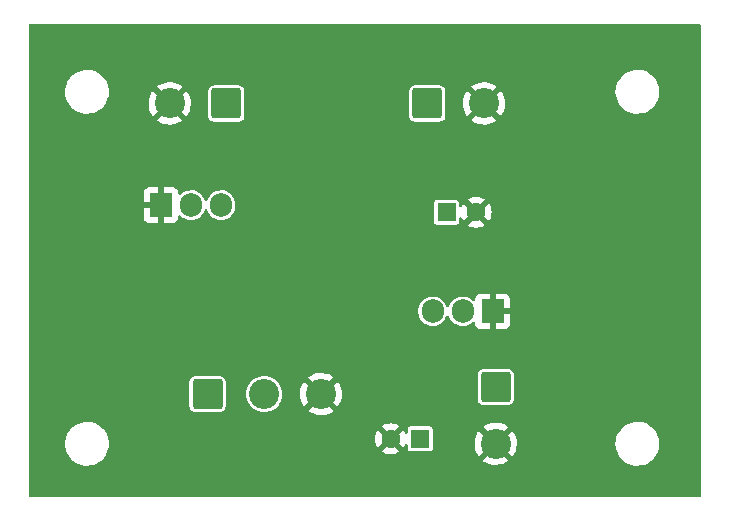
<source format=gbr>
%TF.GenerationSoftware,KiCad,Pcbnew,(6.0.10)*%
%TF.CreationDate,2023-01-14T17:08:10-08:00*%
%TF.ProjectId,power,706f7765-722e-46b6-9963-61645f706362,rev?*%
%TF.SameCoordinates,PX62fdcc0PY7270e00*%
%TF.FileFunction,Copper,L2,Bot*%
%TF.FilePolarity,Positive*%
%FSLAX46Y46*%
G04 Gerber Fmt 4.6, Leading zero omitted, Abs format (unit mm)*
G04 Created by KiCad (PCBNEW (6.0.10)) date 2023-01-14 17:08:10*
%MOMM*%
%LPD*%
G01*
G04 APERTURE LIST*
G04 Aperture macros list*
%AMRoundRect*
0 Rectangle with rounded corners*
0 $1 Rounding radius*
0 $2 $3 $4 $5 $6 $7 $8 $9 X,Y pos of 4 corners*
0 Add a 4 corners polygon primitive as box body*
4,1,4,$2,$3,$4,$5,$6,$7,$8,$9,$2,$3,0*
0 Add four circle primitives for the rounded corners*
1,1,$1+$1,$2,$3*
1,1,$1+$1,$4,$5*
1,1,$1+$1,$6,$7*
1,1,$1+$1,$8,$9*
0 Add four rect primitives between the rounded corners*
20,1,$1+$1,$2,$3,$4,$5,0*
20,1,$1+$1,$4,$5,$6,$7,0*
20,1,$1+$1,$6,$7,$8,$9,0*
20,1,$1+$1,$8,$9,$2,$3,0*%
G04 Aperture macros list end*
%TA.AperFunction,ComponentPad*%
%ADD10C,2.550000*%
%TD*%
%TA.AperFunction,ComponentPad*%
%ADD11RoundRect,0.249999X-1.025001X1.025001X-1.025001X-1.025001X1.025001X-1.025001X1.025001X1.025001X0*%
%TD*%
%TA.AperFunction,ComponentPad*%
%ADD12RoundRect,0.249999X-1.025001X-1.025001X1.025001X-1.025001X1.025001X1.025001X-1.025001X1.025001X0*%
%TD*%
%TA.AperFunction,ComponentPad*%
%ADD13RoundRect,0.249999X1.025001X1.025001X-1.025001X1.025001X-1.025001X-1.025001X1.025001X-1.025001X0*%
%TD*%
%TA.AperFunction,ComponentPad*%
%ADD14C,1.600000*%
%TD*%
%TA.AperFunction,ComponentPad*%
%ADD15R,1.600000X1.600000*%
%TD*%
%TA.AperFunction,ComponentPad*%
%ADD16O,1.905000X2.000000*%
%TD*%
%TA.AperFunction,ComponentPad*%
%ADD17R,1.905000X2.000000*%
%TD*%
%TA.AperFunction,ViaPad*%
%ADD18C,1.905000*%
%TD*%
G04 APERTURE END LIST*
D10*
%TO.P,J4,2,Pin_2*%
%TO.N,GND*%
X39800000Y4800000D03*
D11*
%TO.P,J4,1,Pin_1*%
%TO.N,/V5.0*%
X39800000Y9600000D03*
%TD*%
D10*
%TO.P,J3,2,Pin_2*%
%TO.N,GND*%
X38800000Y33600000D03*
D12*
%TO.P,J3,1,Pin_1*%
%TO.N,/V13.7_SW*%
X34000000Y33600000D03*
%TD*%
D10*
%TO.P,J2,3,Pin_3*%
%TO.N,GND*%
X25000000Y9000000D03*
%TO.P,J2,2,Pin_2*%
%TO.N,/V13.7_SW*%
X20200000Y9000000D03*
D12*
%TO.P,J2,1,Pin_1*%
%TO.N,/V13.7_PRO*%
X15400000Y9000000D03*
%TD*%
D10*
%TO.P,J1,2,Pin_2*%
%TO.N,GND*%
X12200000Y33600000D03*
D13*
%TO.P,J1,1,Pin_1*%
%TO.N,/V13.7_IN*%
X17000000Y33600000D03*
%TD*%
D14*
%TO.P,C3,2*%
%TO.N,GND*%
X30900000Y5200000D03*
D15*
%TO.P,C3,1*%
%TO.N,/V5.0*%
X33400000Y5200000D03*
%TD*%
D16*
%TO.P,Q1,3,S*%
%TO.N,Net-(F1-Pad1)*%
X16540000Y25000000D03*
%TO.P,Q1,2,D*%
%TO.N,/V13.7_IN*%
X14000000Y25000000D03*
D17*
%TO.P,Q1,1,G*%
%TO.N,GND*%
X11460000Y25000000D03*
%TD*%
D16*
%TO.P,U1,3,VI*%
%TO.N,/V13.7_SW*%
X34460000Y16000000D03*
%TO.P,U1,2,VO*%
%TO.N,/V5.0*%
X37000000Y16000000D03*
D17*
%TO.P,U1,1,GND*%
%TO.N,GND*%
X39540000Y16000000D03*
%TD*%
D14*
%TO.P,C1,2*%
%TO.N,GND*%
X38138606Y24400000D03*
D15*
%TO.P,C1,1*%
%TO.N,/V13.7_SW*%
X35638606Y24400000D03*
%TD*%
D18*
%TO.N,GND*%
X25000000Y29600000D03*
X4100000Y20200000D03*
X23500000Y3000000D03*
X49900000Y14600000D03*
X44000000Y29300000D03*
%TD*%
%TA.AperFunction,Conductor*%
%TO.N,GND*%
G36*
X57087621Y40325498D02*
G01*
X57134114Y40271842D01*
X57145500Y40219500D01*
X57145500Y380500D01*
X57125498Y312379D01*
X57071842Y265886D01*
X57019500Y254500D01*
X380500Y254500D01*
X312379Y274502D01*
X265886Y328158D01*
X254500Y380500D01*
X254500Y4757814D01*
X3341018Y4757814D01*
X3366579Y4489900D01*
X3367664Y4485466D01*
X3367665Y4485460D01*
X3409897Y4312872D01*
X3430547Y4228482D01*
X3531583Y3979037D01*
X3667569Y3746790D01*
X3835658Y3536605D01*
X4032327Y3352887D01*
X4253457Y3199484D01*
X4494416Y3079609D01*
X4498750Y3078188D01*
X4498753Y3078187D01*
X4745823Y2997193D01*
X4745829Y2997192D01*
X4750156Y2995773D01*
X4754647Y2994993D01*
X4754648Y2994993D01*
X5011538Y2950389D01*
X5011546Y2950388D01*
X5015319Y2949733D01*
X5019156Y2949542D01*
X5098777Y2945578D01*
X5098785Y2945578D01*
X5100348Y2945500D01*
X5268374Y2945500D01*
X5270642Y2945665D01*
X5270654Y2945665D01*
X5401457Y2955156D01*
X5468425Y2960015D01*
X5472880Y2960999D01*
X5472883Y2960999D01*
X5726770Y3017053D01*
X5726772Y3017054D01*
X5731226Y3018037D01*
X5982900Y3113387D01*
X6218172Y3244069D01*
X6371991Y3361460D01*
X6387086Y3372980D01*
X38737725Y3372980D01*
X38746438Y3361460D01*
X38848737Y3286452D01*
X38856636Y3281516D01*
X39082902Y3162472D01*
X39091451Y3158755D01*
X39332816Y3074467D01*
X39341825Y3072053D01*
X39593004Y3024365D01*
X39602261Y3023311D01*
X39857732Y3013272D01*
X39867046Y3013598D01*
X40121184Y3041430D01*
X40130361Y3043131D01*
X40377593Y3108222D01*
X40386413Y3111259D01*
X40621313Y3212180D01*
X40629585Y3216487D01*
X40846982Y3351016D01*
X40854529Y3356500D01*
X40856820Y3358439D01*
X40865257Y3371242D01*
X40859193Y3381597D01*
X39812812Y4427978D01*
X39798868Y4435592D01*
X39797035Y4435461D01*
X39790420Y4431210D01*
X38744383Y3385173D01*
X38737725Y3372980D01*
X6387086Y3372980D01*
X6428491Y3404579D01*
X6428495Y3404583D01*
X6432116Y3407346D01*
X6620249Y3599797D01*
X6722802Y3740690D01*
X6775942Y3813696D01*
X6775947Y3813703D01*
X6778630Y3817390D01*
X6903941Y4055567D01*
X6924554Y4113938D01*
X30178493Y4113938D01*
X30187789Y4101923D01*
X30238994Y4066069D01*
X30248489Y4060586D01*
X30445947Y3968510D01*
X30456239Y3964764D01*
X30666688Y3908375D01*
X30677481Y3906472D01*
X30894525Y3887483D01*
X30905475Y3887483D01*
X31122519Y3906472D01*
X31133312Y3908375D01*
X31343761Y3964764D01*
X31354053Y3968510D01*
X31551511Y4060586D01*
X31561006Y4066069D01*
X31613048Y4102509D01*
X31621424Y4112988D01*
X31614356Y4126434D01*
X30912812Y4827978D01*
X30898868Y4835592D01*
X30897035Y4835461D01*
X30890420Y4831210D01*
X30184923Y4125713D01*
X30178493Y4113938D01*
X6924554Y4113938D01*
X6993557Y4309338D01*
X7028165Y4484923D01*
X7044720Y4568917D01*
X7044721Y4568923D01*
X7045601Y4573389D01*
X7048745Y4636545D01*
X7058755Y4837617D01*
X7058755Y4837623D01*
X7058982Y4842186D01*
X7033421Y5110100D01*
X7012763Y5194525D01*
X29587483Y5194525D01*
X29606472Y4977481D01*
X29608375Y4966688D01*
X29664764Y4756239D01*
X29668510Y4745947D01*
X29760586Y4548489D01*
X29766069Y4538994D01*
X29802509Y4486952D01*
X29812988Y4478576D01*
X29826434Y4485644D01*
X30527978Y5187188D01*
X30534356Y5198868D01*
X31264408Y5198868D01*
X31264539Y5197035D01*
X31268790Y5190420D01*
X31974287Y4484923D01*
X31986062Y4478493D01*
X31998077Y4487789D01*
X32033931Y4538994D01*
X32039414Y4548489D01*
X32105306Y4689795D01*
X32152224Y4743080D01*
X32220501Y4762541D01*
X32288461Y4741999D01*
X32334526Y4687976D01*
X32345501Y4636546D01*
X32345501Y4374934D01*
X32360266Y4300699D01*
X32416516Y4216516D01*
X32500699Y4160266D01*
X32574933Y4145500D01*
X33399866Y4145500D01*
X34225066Y4145501D01*
X34260818Y4152612D01*
X34287126Y4157844D01*
X34287128Y4157845D01*
X34299301Y4160266D01*
X34309621Y4167161D01*
X34309622Y4167162D01*
X34373168Y4209623D01*
X34383484Y4216516D01*
X34439734Y4300699D01*
X34454500Y4374933D01*
X34454500Y4842132D01*
X38012837Y4842132D01*
X38025103Y4586768D01*
X38026239Y4577513D01*
X38076117Y4326763D01*
X38078609Y4317777D01*
X38165000Y4077159D01*
X38168797Y4068631D01*
X38289802Y3843428D01*
X38294813Y3835562D01*
X38361583Y3746147D01*
X38372841Y3737698D01*
X38385260Y3744470D01*
X39427978Y4787188D01*
X39434356Y4798868D01*
X40164408Y4798868D01*
X40164539Y4797035D01*
X40168790Y4790420D01*
X41218004Y3741206D01*
X41230384Y3734446D01*
X41238725Y3740690D01*
X41368800Y3942914D01*
X41373243Y3951098D01*
X41478249Y4184204D01*
X41481439Y4192969D01*
X41550835Y4439026D01*
X41552695Y4448168D01*
X41585152Y4703293D01*
X41585633Y4709580D01*
X41586896Y4757814D01*
X49941018Y4757814D01*
X49966579Y4489900D01*
X49967664Y4485466D01*
X49967665Y4485460D01*
X50009897Y4312872D01*
X50030547Y4228482D01*
X50131583Y3979037D01*
X50267569Y3746790D01*
X50435658Y3536605D01*
X50632327Y3352887D01*
X50853457Y3199484D01*
X51094416Y3079609D01*
X51098750Y3078188D01*
X51098753Y3078187D01*
X51345823Y2997193D01*
X51345829Y2997192D01*
X51350156Y2995773D01*
X51354647Y2994993D01*
X51354648Y2994993D01*
X51611538Y2950389D01*
X51611546Y2950388D01*
X51615319Y2949733D01*
X51619156Y2949542D01*
X51698777Y2945578D01*
X51698785Y2945578D01*
X51700348Y2945500D01*
X51868374Y2945500D01*
X51870642Y2945665D01*
X51870654Y2945665D01*
X52001457Y2955156D01*
X52068425Y2960015D01*
X52072880Y2960999D01*
X52072883Y2960999D01*
X52326770Y3017053D01*
X52326772Y3017054D01*
X52331226Y3018037D01*
X52582900Y3113387D01*
X52818172Y3244069D01*
X52971991Y3361460D01*
X53028491Y3404579D01*
X53028495Y3404583D01*
X53032116Y3407346D01*
X53220249Y3599797D01*
X53322802Y3740690D01*
X53375942Y3813696D01*
X53375947Y3813703D01*
X53378630Y3817390D01*
X53503941Y4055567D01*
X53593557Y4309338D01*
X53628165Y4484923D01*
X53644720Y4568917D01*
X53644721Y4568923D01*
X53645601Y4573389D01*
X53648745Y4636545D01*
X53658755Y4837617D01*
X53658755Y4837623D01*
X53658982Y4842186D01*
X53633421Y5110100D01*
X53612149Y5197035D01*
X53570539Y5367080D01*
X53569453Y5371518D01*
X53468417Y5620963D01*
X53332431Y5853210D01*
X53199942Y6018880D01*
X53167194Y6059829D01*
X53167193Y6059831D01*
X53164342Y6063395D01*
X52967673Y6247113D01*
X52746543Y6400516D01*
X52505584Y6520391D01*
X52501250Y6521812D01*
X52501247Y6521813D01*
X52254177Y6602807D01*
X52254171Y6602808D01*
X52249844Y6604227D01*
X52245352Y6605007D01*
X51988462Y6649611D01*
X51988454Y6649612D01*
X51984681Y6650267D01*
X51974718Y6650763D01*
X51901223Y6654422D01*
X51901215Y6654422D01*
X51899652Y6654500D01*
X51731626Y6654500D01*
X51729358Y6654335D01*
X51729346Y6654335D01*
X51598543Y6644844D01*
X51531575Y6639985D01*
X51527120Y6639001D01*
X51527117Y6639001D01*
X51273230Y6582947D01*
X51273228Y6582946D01*
X51268774Y6581963D01*
X51017100Y6486613D01*
X51013114Y6484399D01*
X51013112Y6484398D01*
X50785821Y6358149D01*
X50781828Y6355931D01*
X50778196Y6353159D01*
X50571509Y6195421D01*
X50571505Y6195417D01*
X50567884Y6192654D01*
X50379751Y6000203D01*
X50377066Y5996514D01*
X50224058Y5786304D01*
X50224053Y5786297D01*
X50221370Y5782610D01*
X50096059Y5544433D01*
X50006443Y5290662D01*
X49983059Y5172022D01*
X49962722Y5068837D01*
X49954399Y5026611D01*
X49954172Y5022058D01*
X49954172Y5022055D01*
X49942961Y4796840D01*
X49941018Y4757814D01*
X41586896Y4757814D01*
X41587917Y4796840D01*
X41587766Y4803149D01*
X41568706Y5059631D01*
X41567329Y5068837D01*
X41510904Y5318204D01*
X41508180Y5327115D01*
X41415515Y5565400D01*
X41411504Y5573810D01*
X41284638Y5795779D01*
X41279427Y5803505D01*
X41239194Y5854540D01*
X41227268Y5863012D01*
X41215736Y5856526D01*
X40172022Y4812812D01*
X40164408Y4798868D01*
X39434356Y4798868D01*
X39435592Y4801132D01*
X39435461Y4802965D01*
X39431210Y4809580D01*
X38383568Y5857222D01*
X38370259Y5864489D01*
X38360224Y5857370D01*
X38347347Y5841887D01*
X38341936Y5834301D01*
X38209308Y5615736D01*
X38205070Y5607419D01*
X38106206Y5371656D01*
X38103245Y5362806D01*
X38040317Y5115022D01*
X38038695Y5105825D01*
X38013082Y4851458D01*
X38012837Y4842132D01*
X34454500Y4842132D01*
X34454499Y6025066D01*
X34439734Y6099301D01*
X34383484Y6183484D01*
X34314985Y6229254D01*
X38735159Y6229254D01*
X38739732Y6219478D01*
X39787188Y5172022D01*
X39801132Y5164408D01*
X39802965Y5164539D01*
X39809580Y5168790D01*
X40856384Y6215594D01*
X40862768Y6227284D01*
X40853357Y6239394D01*
X40711315Y6337932D01*
X40703288Y6342660D01*
X40473985Y6455740D01*
X40465352Y6459228D01*
X40221851Y6537172D01*
X40212790Y6539348D01*
X39960445Y6580445D01*
X39951158Y6581257D01*
X39695522Y6584604D01*
X39686211Y6584034D01*
X39432885Y6549558D01*
X39423766Y6547620D01*
X39178328Y6476081D01*
X39169575Y6472809D01*
X38937406Y6365777D01*
X38929251Y6361257D01*
X38744297Y6239996D01*
X38735159Y6229254D01*
X34314985Y6229254D01*
X34299301Y6239734D01*
X34225067Y6254500D01*
X33400134Y6254500D01*
X32574934Y6254499D01*
X32539182Y6247388D01*
X32512874Y6242156D01*
X32512872Y6242155D01*
X32500699Y6239734D01*
X32490379Y6232839D01*
X32490378Y6232838D01*
X32482066Y6227284D01*
X32416516Y6183484D01*
X32360266Y6099301D01*
X32345500Y6025067D01*
X32345500Y5763456D01*
X32325498Y5695335D01*
X32271842Y5648842D01*
X32201568Y5638738D01*
X32136988Y5668232D01*
X32105305Y5710206D01*
X32039414Y5851511D01*
X32033931Y5861006D01*
X31997491Y5913048D01*
X31987012Y5921424D01*
X31973566Y5914356D01*
X31272022Y5212812D01*
X31264408Y5198868D01*
X30534356Y5198868D01*
X30535592Y5201132D01*
X30535461Y5202965D01*
X30531210Y5209580D01*
X29825713Y5915077D01*
X29813938Y5921507D01*
X29801923Y5912211D01*
X29766069Y5861006D01*
X29760586Y5851511D01*
X29668510Y5654053D01*
X29664764Y5643761D01*
X29608375Y5433312D01*
X29606472Y5422519D01*
X29587483Y5205475D01*
X29587483Y5194525D01*
X7012763Y5194525D01*
X7012149Y5197035D01*
X6970539Y5367080D01*
X6969453Y5371518D01*
X6868417Y5620963D01*
X6732431Y5853210D01*
X6599942Y6018880D01*
X6567194Y6059829D01*
X6567193Y6059831D01*
X6564342Y6063395D01*
X6367673Y6247113D01*
X6310159Y6287012D01*
X30178576Y6287012D01*
X30185644Y6273566D01*
X30887188Y5572022D01*
X30901132Y5564408D01*
X30902965Y5564539D01*
X30909580Y5568790D01*
X31615077Y6274287D01*
X31621507Y6286062D01*
X31612211Y6298077D01*
X31561006Y6333931D01*
X31551511Y6339414D01*
X31354053Y6431490D01*
X31343761Y6435236D01*
X31133312Y6491625D01*
X31122519Y6493528D01*
X30905475Y6512517D01*
X30894525Y6512517D01*
X30677481Y6493528D01*
X30666688Y6491625D01*
X30456239Y6435236D01*
X30445947Y6431490D01*
X30248489Y6339414D01*
X30238994Y6333931D01*
X30186952Y6297491D01*
X30178576Y6287012D01*
X6310159Y6287012D01*
X6146543Y6400516D01*
X5905584Y6520391D01*
X5901250Y6521812D01*
X5901247Y6521813D01*
X5654177Y6602807D01*
X5654171Y6602808D01*
X5649844Y6604227D01*
X5645352Y6605007D01*
X5388462Y6649611D01*
X5388454Y6649612D01*
X5384681Y6650267D01*
X5374718Y6650763D01*
X5301223Y6654422D01*
X5301215Y6654422D01*
X5299652Y6654500D01*
X5131626Y6654500D01*
X5129358Y6654335D01*
X5129346Y6654335D01*
X4998543Y6644844D01*
X4931575Y6639985D01*
X4927120Y6639001D01*
X4927117Y6639001D01*
X4673230Y6582947D01*
X4673228Y6582946D01*
X4668774Y6581963D01*
X4417100Y6486613D01*
X4413114Y6484399D01*
X4413112Y6484398D01*
X4185821Y6358149D01*
X4181828Y6355931D01*
X4178196Y6353159D01*
X3971509Y6195421D01*
X3971505Y6195417D01*
X3967884Y6192654D01*
X3779751Y6000203D01*
X3777066Y5996514D01*
X3624058Y5786304D01*
X3624053Y5786297D01*
X3621370Y5782610D01*
X3496059Y5544433D01*
X3406443Y5290662D01*
X3383059Y5172022D01*
X3362722Y5068837D01*
X3354399Y5026611D01*
X3354172Y5022058D01*
X3354172Y5022055D01*
X3342961Y4796840D01*
X3341018Y4757814D01*
X254500Y4757814D01*
X254500Y10072757D01*
X13870500Y10072757D01*
X13870501Y7927244D01*
X13870870Y7923850D01*
X13870870Y7923844D01*
X13872165Y7911928D01*
X13877202Y7865551D01*
X13927929Y7730235D01*
X13933309Y7723056D01*
X13933311Y7723053D01*
X14002230Y7631096D01*
X14014596Y7614596D01*
X14021777Y7609214D01*
X14123053Y7533311D01*
X14123056Y7533309D01*
X14130235Y7527929D01*
X14219953Y7494296D01*
X14258156Y7479974D01*
X14258158Y7479974D01*
X14265551Y7477202D01*
X14273401Y7476349D01*
X14273402Y7476349D01*
X14323837Y7470870D01*
X14327243Y7470500D01*
X15399843Y7470500D01*
X16472756Y7470501D01*
X16476150Y7470870D01*
X16476156Y7470870D01*
X16526591Y7476348D01*
X16526595Y7476349D01*
X16534449Y7477202D01*
X16669765Y7527929D01*
X16676944Y7533309D01*
X16676947Y7533311D01*
X16778223Y7609214D01*
X16785404Y7614596D01*
X16797770Y7631096D01*
X16866689Y7723053D01*
X16866691Y7723056D01*
X16872071Y7730235D01*
X16922798Y7865551D01*
X16929500Y7927243D01*
X16929499Y9000000D01*
X18665770Y9000000D01*
X18684659Y8759994D01*
X18685813Y8755187D01*
X18685814Y8755181D01*
X18711506Y8648168D01*
X18740861Y8525897D01*
X18742754Y8521326D01*
X18742755Y8521324D01*
X18799552Y8384204D01*
X18832991Y8303474D01*
X18958782Y8098202D01*
X19115136Y7915136D01*
X19298202Y7758782D01*
X19503474Y7632991D01*
X19508044Y7631098D01*
X19508048Y7631096D01*
X19701380Y7551016D01*
X19725897Y7540861D01*
X19792883Y7524779D01*
X19955181Y7485814D01*
X19955187Y7485813D01*
X19959994Y7484659D01*
X20200000Y7465770D01*
X20440006Y7484659D01*
X20444813Y7485813D01*
X20444819Y7485814D01*
X20607117Y7524779D01*
X20674103Y7540861D01*
X20698620Y7551016D01*
X20751646Y7572980D01*
X23937725Y7572980D01*
X23946438Y7561460D01*
X24048737Y7486452D01*
X24056636Y7481516D01*
X24282902Y7362472D01*
X24291451Y7358755D01*
X24532816Y7274467D01*
X24541825Y7272053D01*
X24793004Y7224365D01*
X24802261Y7223311D01*
X25057732Y7213272D01*
X25067046Y7213598D01*
X25321184Y7241430D01*
X25330361Y7243131D01*
X25577593Y7308222D01*
X25586413Y7311259D01*
X25821313Y7412180D01*
X25829585Y7416487D01*
X26046982Y7551016D01*
X26054529Y7556500D01*
X26056820Y7558439D01*
X26065257Y7571242D01*
X26059193Y7581597D01*
X25012812Y8627978D01*
X24998868Y8635592D01*
X24997035Y8635461D01*
X24990420Y8631210D01*
X23944383Y7585173D01*
X23937725Y7572980D01*
X20751646Y7572980D01*
X20891952Y7631096D01*
X20891956Y7631098D01*
X20896526Y7632991D01*
X21101798Y7758782D01*
X21284864Y7915136D01*
X21441218Y8098202D01*
X21567009Y8303474D01*
X21600449Y8384204D01*
X21657245Y8521324D01*
X21657246Y8521326D01*
X21659139Y8525897D01*
X21688494Y8648168D01*
X21714186Y8755181D01*
X21714187Y8755187D01*
X21715341Y8759994D01*
X21734230Y9000000D01*
X21730914Y9042132D01*
X23212837Y9042132D01*
X23225103Y8786768D01*
X23226239Y8777513D01*
X23276117Y8526763D01*
X23278609Y8517777D01*
X23365000Y8277159D01*
X23368797Y8268631D01*
X23489802Y8043428D01*
X23494813Y8035562D01*
X23561583Y7946147D01*
X23572841Y7937698D01*
X23585260Y7944470D01*
X24627978Y8987188D01*
X24634356Y8998868D01*
X25364408Y8998868D01*
X25364539Y8997035D01*
X25368790Y8990420D01*
X26418004Y7941206D01*
X26430384Y7934446D01*
X26438725Y7940690D01*
X26568800Y8142914D01*
X26573243Y8151098D01*
X26678249Y8384204D01*
X26681439Y8392969D01*
X26750835Y8639026D01*
X26752695Y8648168D01*
X26785152Y8903293D01*
X26785633Y8909580D01*
X26787917Y8996840D01*
X26787766Y9003149D01*
X26768706Y9259631D01*
X26767329Y9268837D01*
X26710904Y9518204D01*
X26708180Y9527115D01*
X26615515Y9765400D01*
X26611504Y9773810D01*
X26484638Y9995779D01*
X26479427Y10003505D01*
X26439194Y10054540D01*
X26427268Y10063012D01*
X26415736Y10056526D01*
X25372022Y9012812D01*
X25364408Y8998868D01*
X24634356Y8998868D01*
X24635592Y9001132D01*
X24635461Y9002965D01*
X24631210Y9009580D01*
X23583568Y10057222D01*
X23570259Y10064489D01*
X23560224Y10057370D01*
X23547347Y10041887D01*
X23541936Y10034301D01*
X23409308Y9815736D01*
X23405070Y9807419D01*
X23306206Y9571656D01*
X23303245Y9562806D01*
X23240317Y9315022D01*
X23238695Y9305825D01*
X23213082Y9051458D01*
X23212837Y9042132D01*
X21730914Y9042132D01*
X21715341Y9240006D01*
X21714187Y9244813D01*
X21714186Y9244819D01*
X21660294Y9469291D01*
X21659139Y9474103D01*
X21637181Y9527115D01*
X21568904Y9691952D01*
X21568902Y9691956D01*
X21567009Y9696526D01*
X21441218Y9901798D01*
X21284864Y10084864D01*
X21101798Y10241218D01*
X20896526Y10367009D01*
X20891956Y10368902D01*
X20891952Y10368904D01*
X20746253Y10429254D01*
X23935159Y10429254D01*
X23939732Y10419478D01*
X24987188Y9372022D01*
X25001132Y9364408D01*
X25002965Y9364539D01*
X25009580Y9368790D01*
X26056384Y10415594D01*
X26062768Y10427284D01*
X26053357Y10439394D01*
X25911315Y10537932D01*
X25903288Y10542660D01*
X25673985Y10655740D01*
X25665352Y10659228D01*
X25623087Y10672757D01*
X38270500Y10672757D01*
X38270501Y8527244D01*
X38277202Y8465551D01*
X38327929Y8330235D01*
X38333309Y8323056D01*
X38333311Y8323053D01*
X38409214Y8221777D01*
X38414596Y8214596D01*
X38421777Y8209214D01*
X38523053Y8133311D01*
X38523056Y8133309D01*
X38530235Y8127929D01*
X38598292Y8102416D01*
X38658156Y8079974D01*
X38658158Y8079974D01*
X38665551Y8077202D01*
X38673401Y8076349D01*
X38673402Y8076349D01*
X38723837Y8070870D01*
X38727243Y8070500D01*
X39799843Y8070500D01*
X40872756Y8070501D01*
X40876150Y8070870D01*
X40876156Y8070870D01*
X40926591Y8076348D01*
X40926595Y8076349D01*
X40934449Y8077202D01*
X41069765Y8127929D01*
X41076944Y8133309D01*
X41076947Y8133311D01*
X41178223Y8209214D01*
X41185404Y8214596D01*
X41190786Y8221777D01*
X41266689Y8323053D01*
X41266691Y8323056D01*
X41272071Y8330235D01*
X41322798Y8465551D01*
X41329500Y8527243D01*
X41329499Y10672756D01*
X41322798Y10734449D01*
X41272071Y10869765D01*
X41266691Y10876944D01*
X41266689Y10876947D01*
X41190786Y10978223D01*
X41185404Y10985404D01*
X41178223Y10990786D01*
X41076947Y11066689D01*
X41076944Y11066691D01*
X41069765Y11072071D01*
X40980047Y11105704D01*
X40941844Y11120026D01*
X40941842Y11120026D01*
X40934449Y11122798D01*
X40926599Y11123651D01*
X40926598Y11123651D01*
X40876154Y11129131D01*
X40876153Y11129131D01*
X40872757Y11129500D01*
X39800157Y11129500D01*
X38727244Y11129499D01*
X38723850Y11129130D01*
X38723844Y11129130D01*
X38673409Y11123652D01*
X38673405Y11123651D01*
X38665551Y11122798D01*
X38530235Y11072071D01*
X38523056Y11066691D01*
X38523053Y11066689D01*
X38421777Y10990786D01*
X38414596Y10985404D01*
X38409214Y10978223D01*
X38333311Y10876947D01*
X38333309Y10876944D01*
X38327929Y10869765D01*
X38324779Y10861361D01*
X38282140Y10747620D01*
X38277202Y10734449D01*
X38270500Y10672757D01*
X25623087Y10672757D01*
X25421851Y10737172D01*
X25412790Y10739348D01*
X25160445Y10780445D01*
X25151158Y10781257D01*
X24895522Y10784604D01*
X24886211Y10784034D01*
X24632885Y10749558D01*
X24623766Y10747620D01*
X24378328Y10676081D01*
X24369575Y10672809D01*
X24137406Y10565777D01*
X24129251Y10561257D01*
X23944297Y10439996D01*
X23935159Y10429254D01*
X20746253Y10429254D01*
X20678676Y10457245D01*
X20678674Y10457246D01*
X20674103Y10459139D01*
X20592064Y10478835D01*
X20444819Y10514186D01*
X20444813Y10514187D01*
X20440006Y10515341D01*
X20200000Y10534230D01*
X19959994Y10515341D01*
X19955187Y10514187D01*
X19955181Y10514186D01*
X19807936Y10478835D01*
X19725897Y10459139D01*
X19721326Y10457246D01*
X19721324Y10457245D01*
X19508048Y10368904D01*
X19508044Y10368902D01*
X19503474Y10367009D01*
X19298202Y10241218D01*
X19115136Y10084864D01*
X18958782Y9901798D01*
X18832991Y9696526D01*
X18831098Y9691956D01*
X18831096Y9691952D01*
X18762819Y9527115D01*
X18740861Y9474103D01*
X18739706Y9469291D01*
X18685814Y9244819D01*
X18685813Y9244813D01*
X18684659Y9240006D01*
X18665770Y9000000D01*
X16929499Y9000000D01*
X16929499Y10072756D01*
X16928184Y10084864D01*
X16923652Y10126591D01*
X16923651Y10126595D01*
X16922798Y10134449D01*
X16872071Y10269765D01*
X16866691Y10276944D01*
X16866689Y10276947D01*
X16790786Y10378223D01*
X16785404Y10385404D01*
X16745122Y10415594D01*
X16676947Y10466689D01*
X16676944Y10466691D01*
X16669765Y10472071D01*
X16553306Y10515729D01*
X16541844Y10520026D01*
X16541842Y10520026D01*
X16534449Y10522798D01*
X16526599Y10523651D01*
X16526598Y10523651D01*
X16476154Y10529131D01*
X16476153Y10529131D01*
X16472757Y10529500D01*
X15400157Y10529500D01*
X14327244Y10529499D01*
X14323850Y10529130D01*
X14323844Y10529130D01*
X14273409Y10523652D01*
X14273405Y10523651D01*
X14265551Y10522798D01*
X14130235Y10472071D01*
X14123056Y10466691D01*
X14123053Y10466689D01*
X14054878Y10415594D01*
X14014596Y10385404D01*
X14009214Y10378223D01*
X13933311Y10276947D01*
X13933309Y10276944D01*
X13927929Y10269765D01*
X13877202Y10134449D01*
X13870500Y10072757D01*
X254500Y10072757D01*
X254500Y15897832D01*
X33253000Y15897832D01*
X33267274Y15737895D01*
X33268755Y15732481D01*
X33268756Y15732476D01*
X33302299Y15609864D01*
X33324128Y15530073D01*
X33326540Y15525015D01*
X33326542Y15525011D01*
X33387332Y15397562D01*
X33416885Y15335603D01*
X33420162Y15331042D01*
X33420163Y15331041D01*
X33503079Y15215652D01*
X33542614Y15160633D01*
X33605396Y15099793D01*
X33672758Y15034515D01*
X33697340Y15010693D01*
X33702005Y15007559D01*
X33702004Y15007559D01*
X33813421Y14932690D01*
X33876173Y14890522D01*
X34073460Y14803919D01*
X34219939Y14768753D01*
X34248293Y14761946D01*
X34282965Y14753622D01*
X34366922Y14748781D01*
X34492459Y14741542D01*
X34492462Y14741542D01*
X34498066Y14741219D01*
X34711964Y14767103D01*
X34831635Y14803919D01*
X34912535Y14828807D01*
X34912539Y14828809D01*
X34917897Y14830457D01*
X34922877Y14833027D01*
X34922881Y14833029D01*
X35104374Y14926705D01*
X35104375Y14926705D01*
X35109357Y14929277D01*
X35280292Y15060439D01*
X35425298Y15219799D01*
X35497942Y15335603D01*
X35536809Y15397562D01*
X35536811Y15397566D01*
X35539792Y15402318D01*
X35613939Y15586765D01*
X35657905Y15642510D01*
X35725030Y15665635D01*
X35794002Y15648798D01*
X35842922Y15597346D01*
X35852379Y15573019D01*
X35864128Y15530073D01*
X35866540Y15525015D01*
X35866542Y15525011D01*
X35927332Y15397562D01*
X35956885Y15335603D01*
X35960162Y15331042D01*
X35960163Y15331041D01*
X36043079Y15215652D01*
X36082614Y15160633D01*
X36145396Y15099793D01*
X36212758Y15034515D01*
X36237340Y15010693D01*
X36242005Y15007559D01*
X36242004Y15007559D01*
X36353421Y14932690D01*
X36416173Y14890522D01*
X36613460Y14803919D01*
X36759939Y14768753D01*
X36788293Y14761946D01*
X36822965Y14753622D01*
X36906922Y14748781D01*
X37032459Y14741542D01*
X37032462Y14741542D01*
X37038066Y14741219D01*
X37251964Y14767103D01*
X37371635Y14803919D01*
X37452535Y14828807D01*
X37452539Y14828809D01*
X37457897Y14830457D01*
X37462877Y14833027D01*
X37462881Y14833029D01*
X37644374Y14926705D01*
X37644375Y14926705D01*
X37649357Y14929277D01*
X37820292Y15060439D01*
X37860307Y15104415D01*
X37920948Y15141338D01*
X37991923Y15139615D01*
X38050700Y15099793D01*
X38078617Y15034515D01*
X38079501Y15019616D01*
X38079501Y14955331D01*
X38079871Y14948510D01*
X38085395Y14897648D01*
X38089021Y14882396D01*
X38134176Y14761946D01*
X38142714Y14746351D01*
X38219215Y14644276D01*
X38231776Y14631715D01*
X38333851Y14555214D01*
X38349446Y14546676D01*
X38469894Y14501522D01*
X38485149Y14497895D01*
X38536014Y14492369D01*
X38542828Y14492000D01*
X39267885Y14492000D01*
X39283124Y14496475D01*
X39284329Y14497865D01*
X39286000Y14505548D01*
X39286000Y14510116D01*
X39794000Y14510116D01*
X39798475Y14494877D01*
X39799865Y14493672D01*
X39807548Y14492001D01*
X40537169Y14492001D01*
X40543990Y14492371D01*
X40594852Y14497895D01*
X40610104Y14501521D01*
X40730554Y14546676D01*
X40746149Y14555214D01*
X40848224Y14631715D01*
X40860785Y14644276D01*
X40937286Y14746351D01*
X40945824Y14761946D01*
X40990978Y14882394D01*
X40994605Y14897649D01*
X41000131Y14948514D01*
X41000500Y14955328D01*
X41000500Y15727885D01*
X40996025Y15743124D01*
X40994635Y15744329D01*
X40986952Y15746000D01*
X39812115Y15746000D01*
X39796876Y15741525D01*
X39795671Y15740135D01*
X39794000Y15732452D01*
X39794000Y14510116D01*
X39286000Y14510116D01*
X39286000Y16272115D01*
X39794000Y16272115D01*
X39798475Y16256876D01*
X39799865Y16255671D01*
X39807548Y16254000D01*
X40982384Y16254000D01*
X40997623Y16258475D01*
X40998828Y16259865D01*
X41000499Y16267548D01*
X41000499Y17044669D01*
X41000129Y17051490D01*
X40994605Y17102352D01*
X40990979Y17117604D01*
X40945824Y17238054D01*
X40937286Y17253649D01*
X40860785Y17355724D01*
X40848224Y17368285D01*
X40746149Y17444786D01*
X40730554Y17453324D01*
X40610106Y17498478D01*
X40594851Y17502105D01*
X40543986Y17507631D01*
X40537172Y17508000D01*
X39812115Y17508000D01*
X39796876Y17503525D01*
X39795671Y17502135D01*
X39794000Y17494452D01*
X39794000Y16272115D01*
X39286000Y16272115D01*
X39286000Y17489884D01*
X39281525Y17505123D01*
X39280135Y17506328D01*
X39272452Y17507999D01*
X38542831Y17507999D01*
X38536010Y17507629D01*
X38485148Y17502105D01*
X38469896Y17498479D01*
X38349446Y17453324D01*
X38333851Y17444786D01*
X38231776Y17368285D01*
X38219215Y17355724D01*
X38142714Y17253649D01*
X38134176Y17238054D01*
X38089022Y17117606D01*
X38085395Y17102351D01*
X38079869Y17051486D01*
X38079500Y17044672D01*
X38079500Y16979827D01*
X38059498Y16911706D01*
X38005842Y16865213D01*
X37935568Y16855109D01*
X37865815Y16889343D01*
X37766693Y16985399D01*
X37766691Y16985400D01*
X37762660Y16989307D01*
X37664304Y17055399D01*
X37588488Y17106346D01*
X37588487Y17106346D01*
X37583827Y17109478D01*
X37386540Y17196081D01*
X37221770Y17235638D01*
X37182492Y17245068D01*
X37182491Y17245068D01*
X37177035Y17246378D01*
X37093078Y17251219D01*
X36967541Y17258458D01*
X36967538Y17258458D01*
X36961934Y17258781D01*
X36748036Y17232897D01*
X36645070Y17201220D01*
X36547465Y17171193D01*
X36547461Y17171191D01*
X36542103Y17169543D01*
X36537123Y17166973D01*
X36537119Y17166971D01*
X36441477Y17117606D01*
X36350643Y17070723D01*
X36179708Y16939561D01*
X36034702Y16780201D01*
X36031721Y16775450D01*
X36031721Y16775449D01*
X35958880Y16659330D01*
X35920208Y16597682D01*
X35918114Y16592472D01*
X35846061Y16413235D01*
X35802095Y16357490D01*
X35734970Y16334365D01*
X35665998Y16351202D01*
X35617078Y16402654D01*
X35607620Y16426983D01*
X35597352Y16464516D01*
X35595872Y16469927D01*
X35537422Y16592472D01*
X35505532Y16659330D01*
X35505531Y16659332D01*
X35503115Y16664397D01*
X35419901Y16780201D01*
X35380663Y16834807D01*
X35380661Y16834809D01*
X35377386Y16839367D01*
X35222660Y16989307D01*
X35124304Y17055399D01*
X35048488Y17106346D01*
X35048487Y17106346D01*
X35043827Y17109478D01*
X34846540Y17196081D01*
X34681770Y17235638D01*
X34642492Y17245068D01*
X34642491Y17245068D01*
X34637035Y17246378D01*
X34553078Y17251219D01*
X34427541Y17258458D01*
X34427538Y17258458D01*
X34421934Y17258781D01*
X34208036Y17232897D01*
X34105070Y17201220D01*
X34007465Y17171193D01*
X34007461Y17171191D01*
X34002103Y17169543D01*
X33997123Y17166973D01*
X33997119Y17166971D01*
X33901477Y17117606D01*
X33810643Y17070723D01*
X33639708Y16939561D01*
X33494702Y16780201D01*
X33491721Y16775450D01*
X33491721Y16775449D01*
X33418880Y16659330D01*
X33380208Y16597682D01*
X33299845Y16397772D01*
X33256152Y16186790D01*
X33253000Y16132122D01*
X33253000Y15897832D01*
X254500Y15897832D01*
X254500Y23313938D01*
X37417099Y23313938D01*
X37426395Y23301923D01*
X37477600Y23266069D01*
X37487095Y23260586D01*
X37684553Y23168510D01*
X37694845Y23164764D01*
X37905294Y23108375D01*
X37916087Y23106472D01*
X38133131Y23087483D01*
X38144081Y23087483D01*
X38361125Y23106472D01*
X38371918Y23108375D01*
X38582367Y23164764D01*
X38592659Y23168510D01*
X38790117Y23260586D01*
X38799612Y23266069D01*
X38851654Y23302509D01*
X38860030Y23312988D01*
X38852962Y23326434D01*
X38151418Y24027978D01*
X38137474Y24035592D01*
X38135641Y24035461D01*
X38129026Y24031210D01*
X37423529Y23325713D01*
X37417099Y23313938D01*
X254500Y23313938D01*
X254500Y23955331D01*
X9999501Y23955331D01*
X9999871Y23948510D01*
X10005395Y23897648D01*
X10009021Y23882396D01*
X10054176Y23761946D01*
X10062714Y23746351D01*
X10139215Y23644276D01*
X10151776Y23631715D01*
X10253851Y23555214D01*
X10269446Y23546676D01*
X10389894Y23501522D01*
X10405149Y23497895D01*
X10456014Y23492369D01*
X10462828Y23492000D01*
X11187885Y23492000D01*
X11203124Y23496475D01*
X11204329Y23497865D01*
X11206000Y23505548D01*
X11206000Y23510116D01*
X11714000Y23510116D01*
X11718475Y23494877D01*
X11719865Y23493672D01*
X11727548Y23492001D01*
X12457169Y23492001D01*
X12463990Y23492371D01*
X12514852Y23497895D01*
X12530104Y23501521D01*
X12650554Y23546676D01*
X12666149Y23555214D01*
X12768224Y23631715D01*
X12780785Y23644276D01*
X12857286Y23746351D01*
X12865824Y23761946D01*
X12910978Y23882394D01*
X12914605Y23897649D01*
X12920131Y23948514D01*
X12920500Y23955328D01*
X12920500Y24020173D01*
X12940502Y24088294D01*
X12994158Y24134787D01*
X13064432Y24144891D01*
X13134185Y24110657D01*
X13237340Y24010693D01*
X13242005Y24007559D01*
X13242004Y24007559D01*
X13353421Y23932690D01*
X13416173Y23890522D01*
X13613460Y23803919D01*
X13759939Y23768753D01*
X13788293Y23761946D01*
X13822965Y23753622D01*
X13906922Y23748781D01*
X14032459Y23741542D01*
X14032462Y23741542D01*
X14038066Y23741219D01*
X14251964Y23767103D01*
X14371635Y23803919D01*
X14452535Y23828807D01*
X14452539Y23828809D01*
X14457897Y23830457D01*
X14462877Y23833027D01*
X14462881Y23833029D01*
X14644374Y23926705D01*
X14644375Y23926705D01*
X14649357Y23929277D01*
X14820292Y24060439D01*
X14965298Y24219799D01*
X15037942Y24335603D01*
X15076809Y24397562D01*
X15076811Y24397566D01*
X15079792Y24402318D01*
X15153939Y24586765D01*
X15197905Y24642510D01*
X15265030Y24665635D01*
X15334002Y24648798D01*
X15382922Y24597346D01*
X15392379Y24573019D01*
X15404128Y24530073D01*
X15406540Y24525015D01*
X15406542Y24525011D01*
X15468781Y24394525D01*
X15496885Y24335603D01*
X15500162Y24331042D01*
X15500163Y24331041D01*
X15583079Y24215652D01*
X15622614Y24160633D01*
X15777340Y24010693D01*
X15782005Y24007559D01*
X15782004Y24007559D01*
X15893421Y23932690D01*
X15956173Y23890522D01*
X16153460Y23803919D01*
X16299939Y23768753D01*
X16328293Y23761946D01*
X16362965Y23753622D01*
X16446922Y23748781D01*
X16572459Y23741542D01*
X16572462Y23741542D01*
X16578066Y23741219D01*
X16791964Y23767103D01*
X16911635Y23803919D01*
X16992535Y23828807D01*
X16992539Y23828809D01*
X16997897Y23830457D01*
X17002877Y23833027D01*
X17002881Y23833029D01*
X17184374Y23926705D01*
X17184375Y23926705D01*
X17189357Y23929277D01*
X17360292Y24060439D01*
X17505298Y24219799D01*
X17577942Y24335603D01*
X17616809Y24397562D01*
X17616811Y24397566D01*
X17619792Y24402318D01*
X17700155Y24602228D01*
X17743848Y24813210D01*
X17745246Y24837459D01*
X17746895Y24866055D01*
X17746895Y24866059D01*
X17747000Y24867878D01*
X17747000Y25102168D01*
X17745282Y25121424D01*
X17736584Y25218880D01*
X17736032Y25225067D01*
X34584106Y25225067D01*
X34584107Y23574934D01*
X34598872Y23500699D01*
X34655122Y23416516D01*
X34739305Y23360266D01*
X34813539Y23345500D01*
X35638472Y23345500D01*
X36463672Y23345501D01*
X36499424Y23352612D01*
X36525732Y23357844D01*
X36525734Y23357845D01*
X36537907Y23360266D01*
X36548227Y23367161D01*
X36548228Y23367162D01*
X36611774Y23409623D01*
X36622090Y23416516D01*
X36678340Y23500699D01*
X36693106Y23574933D01*
X36693106Y23836544D01*
X36713108Y23904665D01*
X36766764Y23951158D01*
X36837038Y23961262D01*
X36901618Y23931768D01*
X36933301Y23889794D01*
X36999192Y23748489D01*
X37004675Y23738994D01*
X37041115Y23686952D01*
X37051594Y23678576D01*
X37065040Y23685644D01*
X37766584Y24387188D01*
X37772962Y24398868D01*
X38503014Y24398868D01*
X38503145Y24397035D01*
X38507396Y24390420D01*
X39212893Y23684923D01*
X39224668Y23678493D01*
X39236683Y23687789D01*
X39272537Y23738994D01*
X39278020Y23748489D01*
X39370096Y23945947D01*
X39373842Y23956239D01*
X39430231Y24166688D01*
X39432134Y24177481D01*
X39451123Y24394525D01*
X39451123Y24405475D01*
X39432134Y24622519D01*
X39430231Y24633312D01*
X39373842Y24843761D01*
X39370096Y24854053D01*
X39278020Y25051511D01*
X39272537Y25061006D01*
X39236097Y25113048D01*
X39225618Y25121424D01*
X39212172Y25114356D01*
X38510628Y24412812D01*
X38503014Y24398868D01*
X37772962Y24398868D01*
X37774198Y24401132D01*
X37774067Y24402965D01*
X37769816Y24409580D01*
X37064319Y25115077D01*
X37052544Y25121507D01*
X37040529Y25112211D01*
X37004675Y25061006D01*
X36999192Y25051511D01*
X36933300Y24910205D01*
X36886382Y24856920D01*
X36818105Y24837459D01*
X36750145Y24858001D01*
X36704080Y24912024D01*
X36693105Y24963455D01*
X36693105Y25225066D01*
X36678340Y25299301D01*
X36643661Y25351202D01*
X36628983Y25373168D01*
X36622090Y25383484D01*
X36537907Y25439734D01*
X36463673Y25454500D01*
X35638740Y25454500D01*
X34813540Y25454499D01*
X34777788Y25447388D01*
X34751480Y25442156D01*
X34751478Y25442155D01*
X34739305Y25439734D01*
X34728985Y25432839D01*
X34728984Y25432838D01*
X34676505Y25397772D01*
X34655122Y25383484D01*
X34598872Y25299301D01*
X34584106Y25225067D01*
X17736032Y25225067D01*
X17732726Y25262105D01*
X17725881Y25287128D01*
X17684132Y25439734D01*
X17675872Y25469927D01*
X17667723Y25487012D01*
X37417182Y25487012D01*
X37424250Y25473566D01*
X38125794Y24772022D01*
X38139738Y24764408D01*
X38141571Y24764539D01*
X38148186Y24768790D01*
X38853683Y25474287D01*
X38860113Y25486062D01*
X38850817Y25498077D01*
X38799612Y25533931D01*
X38790117Y25539414D01*
X38592659Y25631490D01*
X38582367Y25635236D01*
X38371918Y25691625D01*
X38361125Y25693528D01*
X38144081Y25712517D01*
X38133131Y25712517D01*
X37916087Y25693528D01*
X37905294Y25691625D01*
X37694845Y25635236D01*
X37684553Y25631490D01*
X37487095Y25539414D01*
X37477600Y25533931D01*
X37425558Y25497491D01*
X37417182Y25487012D01*
X17667723Y25487012D01*
X17662446Y25498077D01*
X17585532Y25659330D01*
X17585531Y25659332D01*
X17583115Y25664397D01*
X17499901Y25780201D01*
X17460663Y25834807D01*
X17460661Y25834809D01*
X17457386Y25839367D01*
X17350475Y25942971D01*
X17306693Y25985399D01*
X17306691Y25985400D01*
X17302660Y25989307D01*
X17204304Y26055399D01*
X17128488Y26106346D01*
X17128487Y26106346D01*
X17123827Y26109478D01*
X16926540Y26196081D01*
X16761770Y26235638D01*
X16722492Y26245068D01*
X16722491Y26245068D01*
X16717035Y26246378D01*
X16633078Y26251219D01*
X16507541Y26258458D01*
X16507538Y26258458D01*
X16501934Y26258781D01*
X16288036Y26232897D01*
X16185069Y26201220D01*
X16087465Y26171193D01*
X16087461Y26171191D01*
X16082103Y26169543D01*
X16077123Y26166973D01*
X16077119Y26166971D01*
X15981477Y26117606D01*
X15890643Y26070723D01*
X15719708Y25939561D01*
X15574702Y25780201D01*
X15571721Y25775450D01*
X15571721Y25775449D01*
X15481416Y25631490D01*
X15460208Y25597682D01*
X15420167Y25498077D01*
X15386061Y25413235D01*
X15342095Y25357490D01*
X15274970Y25334365D01*
X15205998Y25351202D01*
X15157078Y25402654D01*
X15147620Y25426983D01*
X15144132Y25439734D01*
X15135872Y25469927D01*
X15122446Y25498077D01*
X15045532Y25659330D01*
X15045531Y25659332D01*
X15043115Y25664397D01*
X14959901Y25780201D01*
X14920663Y25834807D01*
X14920661Y25834809D01*
X14917386Y25839367D01*
X14810475Y25942971D01*
X14766693Y25985399D01*
X14766691Y25985400D01*
X14762660Y25989307D01*
X14664304Y26055399D01*
X14588488Y26106346D01*
X14588487Y26106346D01*
X14583827Y26109478D01*
X14386540Y26196081D01*
X14221770Y26235638D01*
X14182492Y26245068D01*
X14182491Y26245068D01*
X14177035Y26246378D01*
X14093078Y26251219D01*
X13967541Y26258458D01*
X13967538Y26258458D01*
X13961934Y26258781D01*
X13748036Y26232897D01*
X13645069Y26201220D01*
X13547465Y26171193D01*
X13547461Y26171191D01*
X13542103Y26169543D01*
X13537123Y26166973D01*
X13537119Y26166971D01*
X13441477Y26117606D01*
X13350643Y26070723D01*
X13179708Y25939561D01*
X13143899Y25900207D01*
X13139693Y25895585D01*
X13079052Y25858662D01*
X13008077Y25860385D01*
X12949300Y25900207D01*
X12921383Y25965485D01*
X12920499Y25980384D01*
X12920499Y26044669D01*
X12920129Y26051490D01*
X12914605Y26102352D01*
X12910979Y26117604D01*
X12865824Y26238054D01*
X12857286Y26253649D01*
X12780785Y26355724D01*
X12768224Y26368285D01*
X12666149Y26444786D01*
X12650554Y26453324D01*
X12530106Y26498478D01*
X12514851Y26502105D01*
X12463986Y26507631D01*
X12457172Y26508000D01*
X11732115Y26508000D01*
X11716876Y26503525D01*
X11715671Y26502135D01*
X11714000Y26494452D01*
X11714000Y23510116D01*
X11206000Y23510116D01*
X11206000Y24727885D01*
X11201525Y24743124D01*
X11200135Y24744329D01*
X11192452Y24746000D01*
X10017616Y24746000D01*
X10002377Y24741525D01*
X10001172Y24740135D01*
X9999501Y24732452D01*
X9999501Y23955331D01*
X254500Y23955331D01*
X254500Y25272115D01*
X9999500Y25272115D01*
X10003975Y25256876D01*
X10005365Y25255671D01*
X10013048Y25254000D01*
X11187885Y25254000D01*
X11203124Y25258475D01*
X11204329Y25259865D01*
X11206000Y25267548D01*
X11206000Y26489884D01*
X11201525Y26505123D01*
X11200135Y26506328D01*
X11192452Y26507999D01*
X10462831Y26507999D01*
X10456010Y26507629D01*
X10405148Y26502105D01*
X10389896Y26498479D01*
X10269446Y26453324D01*
X10253851Y26444786D01*
X10151776Y26368285D01*
X10139215Y26355724D01*
X10062714Y26253649D01*
X10054176Y26238054D01*
X10009022Y26117606D01*
X10005395Y26102351D01*
X9999869Y26051486D01*
X9999500Y26044672D01*
X9999500Y25272115D01*
X254500Y25272115D01*
X254500Y32172980D01*
X11137725Y32172980D01*
X11146438Y32161460D01*
X11248737Y32086452D01*
X11256636Y32081516D01*
X11482902Y31962472D01*
X11491451Y31958755D01*
X11732816Y31874467D01*
X11741825Y31872053D01*
X11993004Y31824365D01*
X12002261Y31823311D01*
X12257732Y31813272D01*
X12267046Y31813598D01*
X12521184Y31841430D01*
X12530361Y31843131D01*
X12777593Y31908222D01*
X12786413Y31911259D01*
X13021313Y32012180D01*
X13029585Y32016487D01*
X13246982Y32151016D01*
X13254529Y32156500D01*
X13256820Y32158439D01*
X13265257Y32171242D01*
X13259193Y32181597D01*
X12212812Y33227978D01*
X12198868Y33235592D01*
X12197035Y33235461D01*
X12190420Y33231210D01*
X11144383Y32185173D01*
X11137725Y32172980D01*
X254500Y32172980D01*
X254500Y34557814D01*
X3341018Y34557814D01*
X3366579Y34289900D01*
X3430547Y34028482D01*
X3531583Y33779037D01*
X3667569Y33546790D01*
X3835658Y33336605D01*
X4032327Y33152887D01*
X4253457Y32999484D01*
X4494416Y32879609D01*
X4498750Y32878188D01*
X4498753Y32878187D01*
X4745823Y32797193D01*
X4745829Y32797192D01*
X4750156Y32795773D01*
X4754647Y32794993D01*
X4754648Y32794993D01*
X5011538Y32750389D01*
X5011546Y32750388D01*
X5015319Y32749733D01*
X5019156Y32749542D01*
X5098777Y32745578D01*
X5098785Y32745578D01*
X5100348Y32745500D01*
X5268374Y32745500D01*
X5270642Y32745665D01*
X5270654Y32745665D01*
X5401457Y32755156D01*
X5468425Y32760015D01*
X5472880Y32760999D01*
X5472883Y32760999D01*
X5726770Y32817053D01*
X5726772Y32817054D01*
X5731226Y32818037D01*
X5982900Y32913387D01*
X6218172Y33044069D01*
X6364842Y33156004D01*
X6428491Y33204579D01*
X6428495Y33204583D01*
X6432116Y33207346D01*
X6620249Y33399797D01*
X6646149Y33435379D01*
X6775942Y33613696D01*
X6775947Y33613703D01*
X6778630Y33617390D01*
X6791647Y33642132D01*
X10412837Y33642132D01*
X10425103Y33386768D01*
X10426239Y33377513D01*
X10476117Y33126763D01*
X10478609Y33117777D01*
X10565000Y32877159D01*
X10568797Y32868631D01*
X10689802Y32643428D01*
X10694813Y32635562D01*
X10761583Y32546147D01*
X10772841Y32537698D01*
X10785260Y32544470D01*
X11827978Y33587188D01*
X11834356Y33598868D01*
X12564408Y33598868D01*
X12564539Y33597035D01*
X12568790Y33590420D01*
X13618004Y32541206D01*
X13630384Y32534446D01*
X13638725Y32540690D01*
X13768800Y32742914D01*
X13773243Y32751098D01*
X13878249Y32984204D01*
X13881439Y32992969D01*
X13950835Y33239026D01*
X13952695Y33248168D01*
X13985152Y33503293D01*
X13985633Y33509580D01*
X13987917Y33596840D01*
X13987766Y33603149D01*
X13968706Y33859631D01*
X13967329Y33868837D01*
X13910904Y34118204D01*
X13908180Y34127115D01*
X13815515Y34365400D01*
X13811504Y34373810D01*
X13684638Y34595779D01*
X13679427Y34603505D01*
X13639194Y34654540D01*
X13627268Y34663012D01*
X13615736Y34656526D01*
X12572022Y33612812D01*
X12564408Y33598868D01*
X11834356Y33598868D01*
X11835592Y33601132D01*
X11835461Y33602965D01*
X11831210Y33609580D01*
X10783568Y34657222D01*
X10770259Y34664489D01*
X10760224Y34657370D01*
X10747347Y34641887D01*
X10741936Y34634301D01*
X10609308Y34415736D01*
X10605070Y34407419D01*
X10506206Y34171656D01*
X10503245Y34162806D01*
X10440317Y33915022D01*
X10438695Y33905825D01*
X10413082Y33651458D01*
X10412837Y33642132D01*
X6791647Y33642132D01*
X6903941Y33855567D01*
X6993557Y34109338D01*
X7018688Y34236844D01*
X7044720Y34368917D01*
X7044721Y34368923D01*
X7045601Y34373389D01*
X7054782Y34557814D01*
X7058755Y34637617D01*
X7058755Y34637623D01*
X7058982Y34642186D01*
X7033421Y34910100D01*
X7014995Y34985404D01*
X7004265Y35029254D01*
X11135159Y35029254D01*
X11139732Y35019478D01*
X12187188Y33972022D01*
X12201132Y33964408D01*
X12202965Y33964539D01*
X12209580Y33968790D01*
X12913547Y34672757D01*
X15470500Y34672757D01*
X15470501Y32527244D01*
X15477202Y32465551D01*
X15527929Y32330235D01*
X15533309Y32323056D01*
X15533311Y32323053D01*
X15609214Y32221777D01*
X15614596Y32214596D01*
X15621777Y32209214D01*
X15723053Y32133311D01*
X15723056Y32133309D01*
X15730235Y32127929D01*
X15819953Y32094296D01*
X15858156Y32079974D01*
X15858158Y32079974D01*
X15865551Y32077202D01*
X15873401Y32076349D01*
X15873402Y32076349D01*
X15923837Y32070870D01*
X15927243Y32070500D01*
X16999843Y32070500D01*
X18072756Y32070501D01*
X18076150Y32070870D01*
X18076156Y32070870D01*
X18126591Y32076348D01*
X18126595Y32076349D01*
X18134449Y32077202D01*
X18269765Y32127929D01*
X18276944Y32133309D01*
X18276947Y32133311D01*
X18378223Y32209214D01*
X18385404Y32214596D01*
X18390786Y32221777D01*
X18466689Y32323053D01*
X18466691Y32323056D01*
X18472071Y32330235D01*
X18522798Y32465551D01*
X18529500Y32527243D01*
X18529499Y34672756D01*
X18529499Y34672757D01*
X32470500Y34672757D01*
X32470501Y32527244D01*
X32477202Y32465551D01*
X32527929Y32330235D01*
X32533309Y32323056D01*
X32533311Y32323053D01*
X32609214Y32221777D01*
X32614596Y32214596D01*
X32621777Y32209214D01*
X32723053Y32133311D01*
X32723056Y32133309D01*
X32730235Y32127929D01*
X32819953Y32094296D01*
X32858156Y32079974D01*
X32858158Y32079974D01*
X32865551Y32077202D01*
X32873401Y32076349D01*
X32873402Y32076349D01*
X32923837Y32070870D01*
X32927243Y32070500D01*
X33999843Y32070500D01*
X35072756Y32070501D01*
X35076150Y32070870D01*
X35076156Y32070870D01*
X35126591Y32076348D01*
X35126595Y32076349D01*
X35134449Y32077202D01*
X35269765Y32127929D01*
X35276944Y32133309D01*
X35276947Y32133311D01*
X35329877Y32172980D01*
X37737725Y32172980D01*
X37746438Y32161460D01*
X37848737Y32086452D01*
X37856636Y32081516D01*
X38082902Y31962472D01*
X38091451Y31958755D01*
X38332816Y31874467D01*
X38341825Y31872053D01*
X38593004Y31824365D01*
X38602261Y31823311D01*
X38857732Y31813272D01*
X38867046Y31813598D01*
X39121184Y31841430D01*
X39130361Y31843131D01*
X39377593Y31908222D01*
X39386413Y31911259D01*
X39621313Y32012180D01*
X39629585Y32016487D01*
X39846982Y32151016D01*
X39854529Y32156500D01*
X39856820Y32158439D01*
X39865257Y32171242D01*
X39859193Y32181597D01*
X38812812Y33227978D01*
X38798868Y33235592D01*
X38797035Y33235461D01*
X38790420Y33231210D01*
X37744383Y32185173D01*
X37737725Y32172980D01*
X35329877Y32172980D01*
X35378223Y32209214D01*
X35385404Y32214596D01*
X35390786Y32221777D01*
X35466689Y32323053D01*
X35466691Y32323056D01*
X35472071Y32330235D01*
X35522798Y32465551D01*
X35529500Y32527243D01*
X35529499Y33642132D01*
X37012837Y33642132D01*
X37025103Y33386768D01*
X37026239Y33377513D01*
X37076117Y33126763D01*
X37078609Y33117777D01*
X37165000Y32877159D01*
X37168797Y32868631D01*
X37289802Y32643428D01*
X37294813Y32635562D01*
X37361583Y32546147D01*
X37372841Y32537698D01*
X37385260Y32544470D01*
X38427978Y33587188D01*
X38434356Y33598868D01*
X39164408Y33598868D01*
X39164539Y33597035D01*
X39168790Y33590420D01*
X40218004Y32541206D01*
X40230384Y32534446D01*
X40238725Y32540690D01*
X40368800Y32742914D01*
X40373243Y32751098D01*
X40478249Y32984204D01*
X40481439Y32992969D01*
X40550835Y33239026D01*
X40552695Y33248168D01*
X40585152Y33503293D01*
X40585633Y33509580D01*
X40587917Y33596840D01*
X40587766Y33603149D01*
X40568706Y33859631D01*
X40567329Y33868837D01*
X40510904Y34118204D01*
X40508180Y34127115D01*
X40415515Y34365400D01*
X40411504Y34373810D01*
X40306337Y34557814D01*
X49941018Y34557814D01*
X49966579Y34289900D01*
X50030547Y34028482D01*
X50131583Y33779037D01*
X50267569Y33546790D01*
X50435658Y33336605D01*
X50632327Y33152887D01*
X50853457Y32999484D01*
X51094416Y32879609D01*
X51098750Y32878188D01*
X51098753Y32878187D01*
X51345823Y32797193D01*
X51345829Y32797192D01*
X51350156Y32795773D01*
X51354647Y32794993D01*
X51354648Y32794993D01*
X51611538Y32750389D01*
X51611546Y32750388D01*
X51615319Y32749733D01*
X51619156Y32749542D01*
X51698777Y32745578D01*
X51698785Y32745578D01*
X51700348Y32745500D01*
X51868374Y32745500D01*
X51870642Y32745665D01*
X51870654Y32745665D01*
X52001457Y32755156D01*
X52068425Y32760015D01*
X52072880Y32760999D01*
X52072883Y32760999D01*
X52326770Y32817053D01*
X52326772Y32817054D01*
X52331226Y32818037D01*
X52582900Y32913387D01*
X52818172Y33044069D01*
X52964842Y33156004D01*
X53028491Y33204579D01*
X53028495Y33204583D01*
X53032116Y33207346D01*
X53220249Y33399797D01*
X53246149Y33435379D01*
X53375942Y33613696D01*
X53375947Y33613703D01*
X53378630Y33617390D01*
X53503941Y33855567D01*
X53593557Y34109338D01*
X53618688Y34236844D01*
X53644720Y34368917D01*
X53644721Y34368923D01*
X53645601Y34373389D01*
X53654782Y34557814D01*
X53658755Y34637617D01*
X53658755Y34637623D01*
X53658982Y34642186D01*
X53633421Y34910100D01*
X53614995Y34985404D01*
X53570539Y35167080D01*
X53569453Y35171518D01*
X53468417Y35420963D01*
X53332431Y35653210D01*
X53164342Y35863395D01*
X52967673Y36047113D01*
X52746543Y36200516D01*
X52505584Y36320391D01*
X52501250Y36321812D01*
X52501247Y36321813D01*
X52254177Y36402807D01*
X52254171Y36402808D01*
X52249844Y36404227D01*
X52245352Y36405007D01*
X51988462Y36449611D01*
X51988454Y36449612D01*
X51984681Y36450267D01*
X51974718Y36450763D01*
X51901223Y36454422D01*
X51901215Y36454422D01*
X51899652Y36454500D01*
X51731626Y36454500D01*
X51729358Y36454335D01*
X51729346Y36454335D01*
X51598543Y36444844D01*
X51531575Y36439985D01*
X51527120Y36439001D01*
X51527117Y36439001D01*
X51273230Y36382947D01*
X51273228Y36382946D01*
X51268774Y36381963D01*
X51017100Y36286613D01*
X50781828Y36155931D01*
X50778196Y36153159D01*
X50571509Y35995421D01*
X50571505Y35995417D01*
X50567884Y35992654D01*
X50379751Y35800203D01*
X50377066Y35796514D01*
X50224058Y35586304D01*
X50224053Y35586297D01*
X50221370Y35582610D01*
X50096059Y35344433D01*
X50070766Y35272809D01*
X50016813Y35120026D01*
X50006443Y35090662D01*
X49981312Y34963156D01*
X49962905Y34869765D01*
X49954399Y34826611D01*
X49954172Y34822058D01*
X49954172Y34822055D01*
X49943293Y34603505D01*
X49941018Y34557814D01*
X40306337Y34557814D01*
X40284638Y34595779D01*
X40279427Y34603505D01*
X40239194Y34654540D01*
X40227268Y34663012D01*
X40215736Y34656526D01*
X39172022Y33612812D01*
X39164408Y33598868D01*
X38434356Y33598868D01*
X38435592Y33601132D01*
X38435461Y33602965D01*
X38431210Y33609580D01*
X37383568Y34657222D01*
X37370259Y34664489D01*
X37360224Y34657370D01*
X37347347Y34641887D01*
X37341936Y34634301D01*
X37209308Y34415736D01*
X37205070Y34407419D01*
X37106206Y34171656D01*
X37103245Y34162806D01*
X37040317Y33915022D01*
X37038695Y33905825D01*
X37013082Y33651458D01*
X37012837Y33642132D01*
X35529499Y33642132D01*
X35529499Y34672756D01*
X35522798Y34734449D01*
X35472071Y34869765D01*
X35466691Y34876944D01*
X35466689Y34876947D01*
X35390786Y34978223D01*
X35385404Y34985404D01*
X35345122Y35015594D01*
X35326896Y35029254D01*
X37735159Y35029254D01*
X37739732Y35019478D01*
X38787188Y33972022D01*
X38801132Y33964408D01*
X38802965Y33964539D01*
X38809580Y33968790D01*
X39856384Y35015594D01*
X39862768Y35027284D01*
X39853357Y35039394D01*
X39711315Y35137932D01*
X39703288Y35142660D01*
X39473985Y35255740D01*
X39465352Y35259228D01*
X39221851Y35337172D01*
X39212790Y35339348D01*
X38960445Y35380445D01*
X38951158Y35381257D01*
X38695522Y35384604D01*
X38686211Y35384034D01*
X38432885Y35349558D01*
X38423766Y35347620D01*
X38178328Y35276081D01*
X38169575Y35272809D01*
X37937406Y35165777D01*
X37929251Y35161257D01*
X37744297Y35039996D01*
X37735159Y35029254D01*
X35326896Y35029254D01*
X35276947Y35066689D01*
X35276944Y35066691D01*
X35269765Y35072071D01*
X35180047Y35105704D01*
X35141844Y35120026D01*
X35141842Y35120026D01*
X35134449Y35122798D01*
X35126599Y35123651D01*
X35126598Y35123651D01*
X35076154Y35129131D01*
X35076153Y35129131D01*
X35072757Y35129500D01*
X34000157Y35129500D01*
X32927244Y35129499D01*
X32923850Y35129130D01*
X32923844Y35129130D01*
X32873409Y35123652D01*
X32873405Y35123651D01*
X32865551Y35122798D01*
X32730235Y35072071D01*
X32723056Y35066691D01*
X32723053Y35066689D01*
X32654878Y35015594D01*
X32614596Y34985404D01*
X32609214Y34978223D01*
X32533311Y34876947D01*
X32533309Y34876944D01*
X32527929Y34869765D01*
X32477202Y34734449D01*
X32470500Y34672757D01*
X18529499Y34672757D01*
X18522798Y34734449D01*
X18472071Y34869765D01*
X18466691Y34876944D01*
X18466689Y34876947D01*
X18390786Y34978223D01*
X18385404Y34985404D01*
X18345122Y35015594D01*
X18276947Y35066689D01*
X18276944Y35066691D01*
X18269765Y35072071D01*
X18180047Y35105704D01*
X18141844Y35120026D01*
X18141842Y35120026D01*
X18134449Y35122798D01*
X18126599Y35123651D01*
X18126598Y35123651D01*
X18076154Y35129131D01*
X18076153Y35129131D01*
X18072757Y35129500D01*
X17000157Y35129500D01*
X15927244Y35129499D01*
X15923850Y35129130D01*
X15923844Y35129130D01*
X15873409Y35123652D01*
X15873405Y35123651D01*
X15865551Y35122798D01*
X15730235Y35072071D01*
X15723056Y35066691D01*
X15723053Y35066689D01*
X15654878Y35015594D01*
X15614596Y34985404D01*
X15609214Y34978223D01*
X15533311Y34876947D01*
X15533309Y34876944D01*
X15527929Y34869765D01*
X15477202Y34734449D01*
X15470500Y34672757D01*
X12913547Y34672757D01*
X13256384Y35015594D01*
X13262768Y35027284D01*
X13253357Y35039394D01*
X13111315Y35137932D01*
X13103288Y35142660D01*
X12873985Y35255740D01*
X12865352Y35259228D01*
X12621851Y35337172D01*
X12612790Y35339348D01*
X12360445Y35380445D01*
X12351158Y35381257D01*
X12095522Y35384604D01*
X12086211Y35384034D01*
X11832885Y35349558D01*
X11823766Y35347620D01*
X11578328Y35276081D01*
X11569575Y35272809D01*
X11337406Y35165777D01*
X11329251Y35161257D01*
X11144297Y35039996D01*
X11135159Y35029254D01*
X7004265Y35029254D01*
X6970539Y35167080D01*
X6969453Y35171518D01*
X6868417Y35420963D01*
X6732431Y35653210D01*
X6564342Y35863395D01*
X6367673Y36047113D01*
X6146543Y36200516D01*
X5905584Y36320391D01*
X5901250Y36321812D01*
X5901247Y36321813D01*
X5654177Y36402807D01*
X5654171Y36402808D01*
X5649844Y36404227D01*
X5645352Y36405007D01*
X5388462Y36449611D01*
X5388454Y36449612D01*
X5384681Y36450267D01*
X5374718Y36450763D01*
X5301223Y36454422D01*
X5301215Y36454422D01*
X5299652Y36454500D01*
X5131626Y36454500D01*
X5129358Y36454335D01*
X5129346Y36454335D01*
X4998543Y36444844D01*
X4931575Y36439985D01*
X4927120Y36439001D01*
X4927117Y36439001D01*
X4673230Y36382947D01*
X4673228Y36382946D01*
X4668774Y36381963D01*
X4417100Y36286613D01*
X4181828Y36155931D01*
X4178196Y36153159D01*
X3971509Y35995421D01*
X3971505Y35995417D01*
X3967884Y35992654D01*
X3779751Y35800203D01*
X3777066Y35796514D01*
X3624058Y35586304D01*
X3624053Y35586297D01*
X3621370Y35582610D01*
X3496059Y35344433D01*
X3470766Y35272809D01*
X3416813Y35120026D01*
X3406443Y35090662D01*
X3381312Y34963156D01*
X3362905Y34869765D01*
X3354399Y34826611D01*
X3354172Y34822058D01*
X3354172Y34822055D01*
X3343293Y34603505D01*
X3341018Y34557814D01*
X254500Y34557814D01*
X254500Y40219500D01*
X274502Y40287621D01*
X328158Y40334114D01*
X380500Y40345500D01*
X57019500Y40345500D01*
X57087621Y40325498D01*
G37*
%TD.AperFunction*%
%TD*%
M02*

</source>
